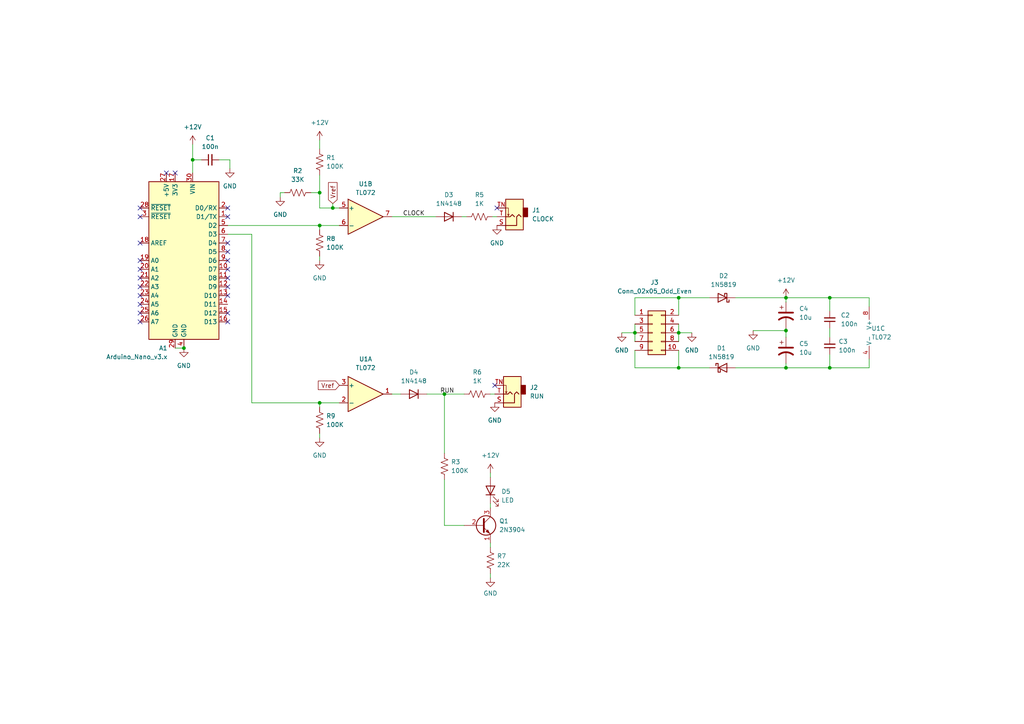
<source format=kicad_sch>
(kicad_sch (version 20230121) (generator eeschema)
  (paper "A4")
  (title_block (title "MIDI Transport Sync Interface") (date "2024-02-15") (rev "0"))
  (lib_symbols
    (symbol "Amplifier_Operational:TL072" (pin_names (offset 0.127))
      (property "Reference" "U" (at 0 5.08 0))
      (property "Value" "TL072" (at 0 -5.08 0))
      (symbol "TL072_1_1"
        (polyline (pts (xy -5.08 5.08) (xy 5.08 0) (xy -5.08 -5.08) (xy -5.08 5.08)) (stroke (width 0.254)) (fill (type background)))
        (pin output line (at 7.62 0 180) (length 2.54) (name "~") (number "1"))
        (pin input line (at -7.62 -2.54 0) (length 2.54) (name "-") (number "2"))
        (pin input line (at -7.62 2.54 0) (length 2.54) (name "+") (number "3"))
      )
      (symbol "TL072_2_1"
        (polyline (pts (xy -5.08 5.08) (xy 5.08 0) (xy -5.08 -5.08) (xy -5.08 5.08)) (stroke (width 0.254)) (fill (type background)))
        (pin input line (at -7.62 2.54 0) (length 2.54) (name "+") (number "5"))
        (pin input line (at -7.62 -2.54 0) (length 2.54) (name "-") (number "6"))
        (pin output line (at 7.62 0 180) (length 2.54) (name "~") (number "7"))
      )
      (symbol "TL072_3_1"
        (pin power_in line (at -2.54 -7.62 90) (length 3.81) (name "V-") (number "4"))
        (pin power_in line (at -2.54 7.62 270) (length 3.81) (name "V+") (number "8"))
      )
    )
    (symbol "Connector_Audio:AudioJack2_SwitchT"
      (property "Reference" "J" (at 0 8.89 0))
      (property "Value" "AudioJack2_SwitchT" (at 0 6.35 0))
      (symbol "AudioJack2_SwitchT_0_1"
        (rectangle (start -2.54 0) (end -3.81 -2.54) (stroke (width 0.254)) (fill (type outline)))
        (polyline (pts (xy 1.778 -0.254) (xy 2.032 -0.762)))
        (polyline (pts (xy 0 0) (xy 0.635 -0.635) (xy 1.27 0) (xy 2.54 0)) (stroke (width 0.254)))
        (polyline (pts (xy 2.54 -2.54) (xy 1.778 -2.54) (xy 1.778 -0.254) (xy 1.524 -0.762)))
        (polyline (pts (xy 2.54 2.54) (xy -0.635 2.54) (xy -0.635 0) (xy -1.27 -0.635) (xy -1.905 0)) (stroke (width 0.254)))
        (rectangle (start 2.54 3.81) (end -2.54 -5.08) (stroke (width 0.254)) (fill (type background)))
      )
      (symbol "AudioJack2_SwitchT_1_1"
        (pin passive line (at 5.08 2.54 180) (length 2.54) (name "~") (number "S"))
        (pin passive line (at 5.08 0 180) (length 2.54) (name "~") (number "T"))
        (pin passive line (at 5.08 -2.54 180) (length 2.54) (name "~") (number "TN"))
      )
    )
    (symbol "Connector_Generic:Conn_02x05_Odd_Even" (pin_names (offset 1.016) hide)
      (property "Reference" "J" (at 1.27 7.62 0))
      (property "Value" "Conn_02x05_Odd_Even" (at 1.27 -7.62 0))
      (symbol "Conn_02x05_Odd_Even_1_1"
        (rectangle (start -1.27 -4.953) (end 0 -5.207) (stroke (width 0.1524)))
        (rectangle (start -1.27 -2.413) (end 0 -2.667) (stroke (width 0.1524)))
        (rectangle (start -1.27 0.127) (end 0 -0.127) (stroke (width 0.1524)))
        (rectangle (start -1.27 2.667) (end 0 2.413) (stroke (width 0.1524)))
        (rectangle (start -1.27 5.207) (end 0 4.953) (stroke (width 0.1524)))
        (rectangle (start -1.27 6.35) (end 3.81 -6.35) (stroke (width 0.254)) (fill (type background)))
        (rectangle (start 3.81 -4.953) (end 2.54 -5.207) (stroke (width 0.1524)))
        (rectangle (start 3.81 -2.413) (end 2.54 -2.667) (stroke (width 0.1524)))
        (rectangle (start 3.81 0.127) (end 2.54 -0.127) (stroke (width 0.1524)))
        (rectangle (start 3.81 2.667) (end 2.54 2.413) (stroke (width 0.1524)))
        (rectangle (start 3.81 5.207) (end 2.54 4.953) (stroke (width 0.1524)))
        (pin passive line (at -5.08 5.08 0) (length 3.81) (name "Pin_1") (number "1"))
        (pin passive line (at 7.62 -5.08 180) (length 3.81) (name "Pin_10") (number "10"))
        (pin passive line (at 7.62 5.08 180) (length 3.81) (name "Pin_2") (number "2"))
        (pin passive line (at -5.08 2.54 0) (length 3.81) (name "Pin_3") (number "3"))
        (pin passive line (at 7.62 2.54 180) (length 3.81) (name "Pin_4") (number "4"))
        (pin passive line (at -5.08 0 0) (length 3.81) (name "Pin_5") (number "5"))
        (pin passive line (at 7.62 0 180) (length 3.81) (name "Pin_6") (number "6"))
        (pin passive line (at -5.08 -2.54 0) (length 3.81) (name "Pin_7") (number "7"))
        (pin passive line (at 7.62 -2.54 180) (length 3.81) (name "Pin_8") (number "8"))
        (pin passive line (at -5.08 -5.08 0) (length 3.81) (name "Pin_9") (number "9"))
      )
    )
    (symbol "Device:C_Polarized_US" (pin_numbers hide) (pin_names (offset 0.254) hide)
      (property "Reference" "C" (at 0.635 2.54 0))
      (property "Value" "C_Polarized_US" (at 0.635 -2.54 0))
      (symbol "C_Polarized_US_0_1"
        (polyline (pts (xy -2.032 0.762) (xy 2.032 0.762)) (stroke (width 0.508)))
        (polyline (pts (xy -1.778 2.286) (xy -0.762 2.286)))
        (polyline (pts (xy -1.27 1.778) (xy -1.27 2.794)))
        (arc (start 2.032 -1.27) (mid 0 -0.5572) (end -2.032 -1.27) (stroke (width 0.508)))
      )
      (symbol "C_Polarized_US_1_1"
        (pin passive line (at 0 3.81 270) (length 2.794) (name "~") (number "1"))
        (pin passive line (at 0 -3.81 90) (length 3.302) (name "~") (number "2"))
      )
    )
    (symbol "Device:C_Small" (pin_numbers hide) (pin_names (offset 0.254) hide)
      (property "Reference" "C" (at 0.254 1.778 0))
      (property "Value" "C_Small" (at 0.254 -2.032 0))
      (symbol "C_Small_0_1"
        (polyline (pts (xy -1.524 -0.508) (xy 1.524 -0.508)) (stroke (width 0.3302)))
        (polyline (pts (xy -1.524 0.508) (xy 1.524 0.508)) (stroke (width 0.3048)))
      )
      (symbol "C_Small_1_1"
        (pin passive line (at 0 2.54 270) (length 2.032) (name "~") (number "1"))
        (pin passive line (at 0 -2.54 90) (length 2.032) (name "~") (number "2"))
      )
    )
    (symbol "Device:LED" (pin_numbers hide) (pin_names (offset 1.016) hide)
      (property "Reference" "D" (at 0 2.54 0))
      (property "Value" "LED" (at 0 -2.54 0))
      (symbol "LED_0_1"
        (polyline (pts (xy -1.27 -1.27) (xy -1.27 1.27)) (stroke (width 0.254)))
        (polyline (pts (xy -1.27 0) (xy 1.27 0)))
        (polyline (pts (xy 1.27 -1.27) (xy 1.27 1.27) (xy -1.27 0) (xy 1.27 -1.27)) (stroke (width 0.254)))
        (polyline (pts (xy -3.048 -0.762) (xy -4.572 -2.286) (xy -3.81 -2.286) (xy -4.572 -2.286) (xy -4.572 -1.524)))
        (polyline (pts (xy -1.778 -0.762) (xy -3.302 -2.286) (xy -2.54 -2.286) (xy -3.302 -2.286) (xy -3.302 -1.524)))
      )
      (symbol "LED_1_1"
        (pin passive line (at -3.81 0 0) (length 2.54) (name "K") (number "1"))
        (pin passive line (at 3.81 0 180) (length 2.54) (name "A") (number "2"))
      )
    )
    (symbol "Device:R_US" (pin_numbers hide) (pin_names (offset 0))
      (property "Reference" "R" (at 2.54 0 90))
      (property "Value" "R_US" (at -2.54 0 90))
      (symbol "R_US_0_1"
        (polyline (pts (xy 0 -2.286) (xy 0 -2.54)))
        (polyline (pts (xy 0 2.286) (xy 0 2.54)))
        (polyline (pts (xy 0 -0.762) (xy 1.016 -1.143) (xy 0 -1.524) (xy -1.016 -1.905) (xy 0 -2.286)))
        (polyline (pts (xy 0 0.762) (xy 1.016 0.381) (xy 0 0) (xy -1.016 -0.381) (xy 0 -0.762)))
        (polyline (pts (xy 0 2.286) (xy 1.016 1.905) (xy 0 1.524) (xy -1.016 1.143) (xy 0 0.762)))
      )
      (symbol "R_US_1_1"
        (pin passive line (at 0 3.81 270) (length 1.27) (name "~") (number "1"))
        (pin passive line (at 0 -3.81 90) (length 1.27) (name "~") (number "2"))
      )
    )
    (symbol "Diode:1N4148" (pin_numbers hide) (pin_names hide)
      (property "Reference" "D" (at 0 2.54 0))
      (property "Value" "1N4148" (at 0 -2.54 0))
      (symbol "1N4148_0_1"
        (polyline (pts (xy -1.27 1.27) (xy -1.27 -1.27)) (stroke (width 0.254)))
        (polyline (pts (xy 1.27 0) (xy -1.27 0)))
        (polyline (pts (xy 1.27 1.27) (xy 1.27 -1.27) (xy -1.27 0) (xy 1.27 1.27)) (stroke (width 0.254)))
      )
      (symbol "1N4148_1_1"
        (pin passive line (at -3.81 0 0) (length 2.54) (name "K") (number "1"))
        (pin passive line (at 3.81 0 180) (length 2.54) (name "A") (number "2"))
      )
    )
    (symbol "Diode:1N5819" (pin_numbers hide) (pin_names (offset 1.016) hide)
      (property "Reference" "D" (at 0 2.54 0))
      (property "Value" "1N5819" (at 0 -2.54 0))
      (symbol "1N5819_0_1"
        (polyline (pts (xy 1.27 0) (xy -1.27 0)))
        (polyline (pts (xy 1.27 1.27) (xy 1.27 -1.27) (xy -1.27 0) (xy 1.27 1.27)) (stroke (width 0.254)))
        (polyline (pts (xy -1.905 0.635) (xy -1.905 1.27) (xy -1.27 1.27) (xy -1.27 -1.27) (xy -0.635 -1.27) (xy -0.635 -0.635)) (stroke (width 0.254)))
      )
      (symbol "1N5819_1_1"
        (pin passive line (at -3.81 0 0) (length 2.54) (name "K") (number "1"))
        (pin passive line (at 3.81 0 180) (length 2.54) (name "A") (number "2"))
      )
    )
    (symbol "MCU_Module:Arduino_Nano_v3.x"
      (property "Reference" "A" (at -10.16 23.495 0))
      (property "Value" "Arduino_Nano_v3.x" (at 5.08 -24.13 0))
      (symbol "Arduino_Nano_v3.x_0_1"
        (rectangle (start -10.16 22.86) (end 10.16 -22.86) (stroke (width 0.254)) (fill (type background)))
      )
      (symbol "Arduino_Nano_v3.x_1_1"
        (pin bidirectional line (at -12.7 12.7 0) (length 2.54) (name "D1/TX") (number "1"))
        (pin bidirectional line (at -12.7 -2.54 0) (length 2.54) (name "D7") (number "10"))
        (pin bidirectional line (at -12.7 -5.08 0) (length 2.54) (name "D8") (number "11"))
        (pin bidirectional line (at -12.7 -7.62 0) (length 2.54) (name "D9") (number "12"))
        (pin bidirectional line (at -12.7 -10.16 0) (length 2.54) (name "D10") (number "13"))
        (pin bidirectional line (at -12.7 -12.7 0) (length 2.54) (name "D11") (number "14"))
        (pin bidirectional line (at -12.7 -15.24 0) (length 2.54) (name "D12") (number "15"))
        (pin bidirectional line (at -12.7 -17.78 0) (length 2.54) (name "D13") (number "16"))
        (pin power_out line (at 2.54 25.4 270) (length 2.54) (name "3V3") (number "17"))
        (pin input line (at 12.7 5.08 180) (length 2.54) (name "AREF") (number "18"))
        (pin bidirectional line (at 12.7 0 180) (length 2.54) (name "A0") (number "19"))
        (pin bidirectional line (at -12.7 15.24 0) (length 2.54) (name "D0/RX") (number "2"))
        (pin bidirectional line (at 12.7 -2.54 180) (length 2.54) (name "A1") (number "20"))
        (pin bidirectional line (at 12.7 -5.08 180) (length 2.54) (name "A2") (number "21"))
        (pin bidirectional line (at 12.7 -7.62 180) (length 2.54) (name "A3") (number "22"))
        (pin bidirectional line (at 12.7 -10.16 180) (length 2.54) (name "A4") (number "23"))
        (pin bidirectional line (at 12.7 -12.7 180) (length 2.54) (name "A5") (number "24"))
        (pin bidirectional line (at 12.7 -15.24 180) (length 2.54) (name "A6") (number "25"))
        (pin bidirectional line (at 12.7 -17.78 180) (length 2.54) (name "A7") (number "26"))
        (pin power_out line (at 5.08 25.4 270) (length 2.54) (name "+5V") (number "27"))
        (pin input line (at 12.7 15.24 180) (length 2.54) (name "~{RESET}") (number "28"))
        (pin power_in line (at 2.54 -25.4 90) (length 2.54) (name "GND") (number "29"))
        (pin input line (at 12.7 12.7 180) (length 2.54) (name "~{RESET}") (number "3"))
        (pin power_in line (at -2.54 25.4 270) (length 2.54) (name "VIN") (number "30"))
        (pin power_in line (at 0 -25.4 90) (length 2.54) (name "GND") (number "4"))
        (pin bidirectional line (at -12.7 10.16 0) (length 2.54) (name "D2") (number "5"))
        (pin bidirectional line (at -12.7 7.62 0) (length 2.54) (name "D3") (number "6"))
        (pin bidirectional line (at -12.7 5.08 0) (length 2.54) (name "D4") (number "7"))
        (pin bidirectional line (at -12.7 2.54 0) (length 2.54) (name "D5") (number "8"))
        (pin bidirectional line (at -12.7 0 0) (length 2.54) (name "D6") (number "9"))
      )
    )
    (symbol "Transistor_BJT:2N3904" (pin_names (offset 0) hide)
      (property "Reference" "Q" (at 5.08 1.905 0))
      (property "Value" "2N3904" (at 5.08 0 0))
      (symbol "2N3904_0_1"
        (polyline (pts (xy 0.635 0.635) (xy 2.54 2.54)))
        (polyline (pts (xy 0.635 -0.635) (xy 2.54 -2.54) (xy 2.54 -2.54)))
        (polyline (pts (xy 0.635 1.905) (xy 0.635 -1.905) (xy 0.635 -1.905)) (stroke (width 0.508)))
        (polyline (pts (xy 1.27 -1.778) (xy 1.778 -1.27) (xy 2.286 -2.286) (xy 1.27 -1.778) (xy 1.27 -1.778)) (fill (type outline)))
        (circle (center 1.27 0) (radius 2.8194) (stroke (width 0.254)))
      )
      (symbol "2N3904_1_1"
        (pin passive line (at 2.54 -5.08 90) (length 2.54) (name "E") (number "1"))
        (pin passive line (at -5.08 0 0) (length 5.715) (name "B") (number "2"))
        (pin passive line (at 2.54 5.08 270) (length 2.54) (name "C") (number "3"))
      )
    )
    (symbol "power:+12V" (power) (pin_names (offset 0))
      (property "Value" "+12V" (at 0 3.556 0))
      (symbol "+12V_0_1"
        (polyline (pts (xy -0.762 1.27) (xy 0 2.54)))
        (polyline (pts (xy 0 0) (xy 0 2.54)))
        (polyline (pts (xy 0 2.54) (xy 0.762 1.27)))
      )
      (symbol "+12V_1_1"
        (pin power_in line (at 0 0 90) (length 0) hide (name "+12V") (number "1"))
      )
    )
    (symbol "power:GND" (power) (pin_names (offset 0))
      (property "Value" "GND" (at 0 -3.81 0))
      (symbol "GND_0_1"
        (polyline (pts (xy 0 0) (xy 0 -1.27) (xy 1.27 -1.27) (xy 0 -2.54) (xy -1.27 -1.27) (xy 0 -1.27)))
      )
      (symbol "GND_1_1"
        (pin power_in line (at 0 0 270) (length 0) hide (name "GND") (number "1"))
      )
    )
  )
  (junction (at 227.965 106.68))
  (junction (at 240.665 86.36))
  (junction (at 227.965 95.885))
  (junction (at 240.665 106.68))
  (junction (at 184.15 96.52))
  (junction (at 92.71 55.88))
  (junction (at 128.905 114.3))
  (junction (at 196.85 106.68))
  (junction (at 196.85 86.36))
  (junction (at 92.71 65.405))
  (junction (at 196.85 96.52))
  (junction (at 55.88 46.355))
  (junction (at 96.52 60.325))
  (junction (at 53.34 100.965))
  (junction (at 227.965 86.36))
  (junction (at 92.71 116.84))
  (no_connect (at 40.64 88.265))
  (no_connect (at 40.64 78.105))
  (no_connect (at 40.64 60.325))
  (no_connect (at 66.04 93.345))
  (no_connect (at 40.64 62.865))
  (no_connect (at 66.04 60.325))
  (no_connect (at 48.26 50.165))
  (no_connect (at 66.04 73.025))
  (no_connect (at 66.04 78.105))
  (no_connect (at 40.64 93.345))
  (no_connect (at 40.64 75.565))
  (no_connect (at 50.8 50.165))
  (no_connect (at 66.04 75.565))
  (no_connect (at 40.64 70.485))
  (no_connect (at 66.04 85.725))
  (no_connect (at 66.04 80.645))
  (no_connect (at 40.64 85.725))
  (no_connect (at 66.04 70.485))
  (no_connect (at 40.64 90.805))
  (no_connect (at 40.64 80.645))
  (no_connect (at 66.04 62.865))
  (no_connect (at 66.04 90.805))
  (no_connect (at 144.145 60.325))
  (no_connect (at 40.64 83.185))
  (no_connect (at 143.51 111.76))
  (no_connect (at 66.04 83.185))
  (wire (pts (xy 96.52 59.055) (xy 96.52 60.325)))
  (wire (pts (xy 227.965 95.885) (xy 218.44 95.885)))
  (wire (pts (xy 142.24 146.05) (xy 142.24 147.32)))
  (wire (pts (xy 82.55 55.88) (xy 81.28 55.88)))
  (wire (pts (xy 58.42 46.355) (xy 55.88 46.355)))
  (wire (pts (xy 92.71 66.675) (xy 92.71 65.405)))
  (wire (pts (xy 55.88 41.91) (xy 55.88 46.355)))
  (wire (pts (xy 142.24 137.16) (xy 142.24 138.43)))
  (wire (pts (xy 135.255 62.865) (xy 133.985 62.865)))
  (wire (pts (xy 227.965 86.36) (xy 227.965 87.63)))
  (wire (pts (xy 142.24 158.75) (xy 142.24 157.48)))
  (wire (pts (xy 196.85 106.68) (xy 205.74 106.68)))
  (wire (pts (xy 113.665 114.3) (xy 116.205 114.3)))
  (wire (pts (xy 142.24 167.64) (xy 142.24 166.37)))
  (wire (pts (xy 196.85 96.52) (xy 200.66 96.52)))
  (wire (pts (xy 53.34 100.965) (xy 50.8 100.965)))
  (wire (pts (xy 184.15 91.44) (xy 184.15 86.36)))
  (wire (pts (xy 252.095 106.68) (xy 252.095 104.14)))
  (wire (pts (xy 196.85 86.36) (xy 196.85 91.44)))
  (wire (pts (xy 240.665 95.25) (xy 240.665 97.79)))
  (wire (pts (xy 227.965 106.68) (xy 240.665 106.68)))
  (wire (pts (xy 55.88 46.355) (xy 55.88 50.165)))
  (wire (pts (xy 92.71 55.88) (xy 90.17 55.88)))
  (wire (pts (xy 143.51 114.3) (xy 142.24 114.3)))
  (wire (pts (xy 213.36 86.36) (xy 227.965 86.36)))
  (wire (pts (xy 92.71 116.84) (xy 98.425 116.84)))
  (wire (pts (xy 240.665 90.17) (xy 240.665 86.36)))
  (wire (pts (xy 196.85 86.36) (xy 205.74 86.36)))
  (wire (pts (xy 126.365 62.865) (xy 113.665 62.865)))
  (wire (pts (xy 227.965 95.25) (xy 227.965 95.885)))
  (wire (pts (xy 73.025 116.84) (xy 92.71 116.84)))
  (wire (pts (xy 184.15 106.68) (xy 196.85 106.68)))
  (wire (pts (xy 144.145 62.865) (xy 142.875 62.865)))
  (wire (pts (xy 128.905 114.3) (xy 134.62 114.3)))
  (wire (pts (xy 227.965 95.885) (xy 227.965 97.79)))
  (wire (pts (xy 240.665 102.87) (xy 240.665 106.68)))
  (wire (pts (xy 227.965 86.36) (xy 240.665 86.36)))
  (wire (pts (xy 73.025 67.945) (xy 73.025 116.84)))
  (wire (pts (xy 123.825 114.3) (xy 128.905 114.3)))
  (wire (pts (xy 81.28 55.88) (xy 81.28 57.15)))
  (wire (pts (xy 184.15 101.6) (xy 184.15 106.68)))
  (wire (pts (xy 66.675 48.895) (xy 66.675 46.355)))
  (wire (pts (xy 184.15 93.98) (xy 184.15 96.52)))
  (wire (pts (xy 134.62 152.4) (xy 128.905 152.4)))
  (wire (pts (xy 196.85 93.98) (xy 196.85 96.52)))
  (wire (pts (xy 213.36 106.68) (xy 227.965 106.68)))
  (wire (pts (xy 96.52 60.325) (xy 92.71 60.325)))
  (wire (pts (xy 98.425 60.325) (xy 96.52 60.325)))
  (wire (pts (xy 92.71 75.565) (xy 92.71 74.295)))
  (wire (pts (xy 252.095 106.68) (xy 240.665 106.68)))
  (wire (pts (xy 92.71 43.18) (xy 92.71 40.64)))
  (wire (pts (xy 92.71 127) (xy 92.71 125.73)))
  (wire (pts (xy 196.85 96.52) (xy 196.85 99.06)))
  (wire (pts (xy 196.85 101.6) (xy 196.85 106.68)))
  (wire (pts (xy 240.665 86.36) (xy 252.095 86.36)))
  (wire (pts (xy 92.71 50.8) (xy 92.71 55.88)))
  (wire (pts (xy 92.71 60.325) (xy 92.71 55.88)))
  (wire (pts (xy 128.905 131.445) (xy 128.905 114.3)))
  (wire (pts (xy 252.095 86.36) (xy 252.095 88.9)))
  (wire (pts (xy 92.71 118.11) (xy 92.71 116.84)))
  (wire (pts (xy 128.905 152.4) (xy 128.905 139.065)))
  (wire (pts (xy 227.965 106.68) (xy 227.965 105.41)))
  (wire (pts (xy 66.04 67.945) (xy 73.025 67.945)))
  (wire (pts (xy 180.34 96.52) (xy 184.15 96.52)))
  (wire (pts (xy 184.15 96.52) (xy 184.15 99.06)))
  (wire (pts (xy 92.71 65.405) (xy 98.425 65.405)))
  (wire (pts (xy 66.675 46.355) (xy 63.5 46.355)))
  (wire (pts (xy 184.15 86.36) (xy 196.85 86.36)))
  (wire (pts (xy 66.04 65.405) (xy 92.71 65.405)))
  (label "RUN" (at 127.635 114.3 0))
  (label "CLOCK" (at 116.84 62.865 0))
  (global_label "Vref" (shape input) (at 98.425 111.76 180) (property "Intersheetrefs" "${INTERSHEET_REFS}" (effects hide)))
  (global_label "Vref" (shape input) (at 96.52 59.055 90) (property "Intersheetrefs" "${INTERSHEET_REFS}" (effects hide)))
  (symbol (lib_id "Device:LED") (at 142.24 142.24 90) (unit 1)
    (property "Reference" "D5" (at 145.415 142.5575 90) (effects (justify right)))
    (property "Value" "LED" (at 145.415 145.0975 90) (effects (justify right)))
    (property "Footprint" "LED_THT:LED_D3.0mm" (effects hide))
  )
  (symbol (lib_id "power:+12V") (at 55.88 41.91 0) (unit 1)
    (property "Reference" "#PWR08" (effects hide))
    (property "Value" "+12V" (at 55.88 36.83 0))
  )
  (symbol (lib_id "Diode:1N4148") (at 120.015 114.3 180) (unit 1)
    (property "Reference" "D4" (at 120.015 107.95 0))
    (property "Value" "1N4148" (at 120.015 110.49 0))
    (property "Footprint" "Diode_THT:D_DO-35_SOD27_P7.62mm_Horizontal" (effects hide))
    (property "Datasheet" "https://assets.nexperia.com/documents/data-sheet/1N4148_1N4448.pdf" (effects hide))
    (property "Sim.Device" "D" (effects hide))
    (property "Sim.Pins" "1=K 2=A" (effects hide))
  )
  (symbol (lib_id "Device:C_Polarized_US") (at 227.965 91.44 0) (unit 1)
    (property "Reference" "C4" (at 231.775 89.535 0) (effects (justify left)))
    (property "Value" "10u" (at 231.775 92.075 0) (effects (justify left)))
  )
  (symbol (lib_id "Device:C_Small") (at 240.665 100.33 180) (unit 1)
    (property "Reference" "C3" (at 243.205 99.0536 0) (effects (justify right)))
    (property "Value" "100n" (at 243.205 101.5936 0) (effects (justify right)))
  )
  (symbol (lib_id "power:GND") (at 218.44 95.885 0) (mirror y) (unit 1)
    (property "Reference" "#PWR012" (effects hide))
    (property "Value" "GND" (at 218.44 100.965 0))
  )
  (symbol (lib_id "Diode:1N5819") (at 209.55 86.36 180) (unit 1)
    (property "Reference" "D2" (at 209.8675 80.01 0))
    (property "Value" "1N5819" (at 209.8675 82.55 0))
    (property "Footprint" "Diode_THT:D_DO-41_SOD81_P10.16mm_Horizontal" (effects hide))
    (property "Datasheet" "http://www.vishay.com/docs/88525/1n5817.pdf" (effects hide))
  )
  (symbol (lib_id "Amplifier_Operational:TL072") (at 106.045 62.865 0) (unit 2)
    (property "Reference" "U1" (at 106.045 53.34 0))
    (property "Value" "TL072" (at 106.045 55.88 0))
    (property "Footprint" "Package_DIP:DIP-8_W7.62mm_Socket_LongPads" (effects hide))
    (property "Datasheet" "http://www.ti.com/lit/ds/symlink/tl071.pdf" (effects hide))
  )
  (symbol (lib_id "power:GND") (at 53.34 100.965 0) (mirror y) (unit 1)
    (property "Reference" "#PWR01" (effects hide))
    (property "Value" "GND" (at 53.34 106.045 0))
  )
  (symbol (lib_id "Connector_Audio:AudioJack2_SwitchT") (at 148.59 114.3 180) (unit 1)
    (property "Reference" "J2" (at 153.67 112.395 0) (effects (justify right)))
    (property "Value" "RUN" (at 153.67 114.935 0) (effects (justify right)))
  )
  (symbol (lib_id "Device:R_US") (at 92.71 121.92 0) (unit 1)
    (property "Reference" "R9" (at 94.615 120.65 0) (effects (justify left)))
    (property "Value" "100K" (at 94.615 123.19 0) (effects (justify left)))
  )
  (symbol (lib_id "Device:R_US") (at 139.065 62.865 90) (unit 1)
    (property "Reference" "R5" (at 139.065 56.515 90))
    (property "Value" "1K" (at 139.065 59.055 90))
  )
  (symbol (lib_id "power:GND") (at 142.24 167.64 0) (mirror y) (unit 1)
    (property "Reference" "#PWR014" (effects hide))
    (property "Value" "GND" (at 142.24 172.085 0))
  )
  (symbol (lib_id "Device:R_US") (at 92.71 70.485 0) (unit 1)
    (property "Reference" "R8" (at 94.615 69.215 0) (effects (justify left)))
    (property "Value" "100K" (at 94.615 71.755 0) (effects (justify left)))
  )
  (symbol (lib_id "Device:R_US") (at 92.71 46.99 0) (unit 1)
    (property "Reference" "R1" (at 94.615 45.72 0) (effects (justify left)))
    (property "Value" "100K" (at 94.615 48.26 0) (effects (justify left)))
  )
  (symbol (lib_id "power:GND") (at 144.145 65.405 0) (mirror y) (unit 1)
    (property "Reference" "#PWR06" (effects hide))
    (property "Value" "GND" (at 144.145 70.485 0))
  )
  (symbol (lib_id "Transistor_BJT:2N3904") (at 139.7 152.4 0) (unit 1)
    (property "Reference" "Q1" (at 144.78 151.13 0) (effects (justify left)))
    (property "Value" "2N3904" (at 144.78 153.67 0) (effects (justify left)))
    (property "Footprint" "Package_TO_SOT_THT:TO-92_Inline" (effects hide))
    (property "Datasheet" "https://www.onsemi.com/pub/Collateral/2N3903-D.PDF" (effects hide))
  )
  (symbol (lib_id "MCU_Module:Arduino_Nano_v3.x") (at 53.34 75.565 0) (mirror y) (unit 1)
    (property "Reference" "A1" (at 48.6059 100.965 0) (effects (justify left)))
    (property "Value" "Arduino_Nano_v3.x" (at 48.6059 103.505 0) (effects (justify left)))
    (property "Footprint" "Module:Arduino_Nano" (effects hide))
    (property "Datasheet" "http://www.mouser.com/pdfdocs/Gravitech_Arduino_Nano3_0.pdf" (effects hide))
  )
  (symbol (lib_id "power:GND") (at 143.51 116.84 0) (mirror y) (unit 1)
    (property "Reference" "#PWR07" (effects hide))
    (property "Value" "GND" (at 143.51 121.92 0))
  )
  (symbol (lib_id "Device:R_US") (at 128.905 135.255 0) (unit 1)
    (property "Reference" "R3" (at 130.81 133.985 0) (effects (justify left)))
    (property "Value" "100K" (at 130.81 136.525 0) (effects (justify left)))
  )
  (symbol (lib_id "power:+12V") (at 92.71 40.64 0) (unit 1)
    (property "Reference" "#PWR02" (effects hide))
    (property "Value" "+12V" (at 92.71 35.56 0))
  )
  (symbol (lib_id "power:GND") (at 92.71 75.565 0) (mirror y) (unit 1)
    (property "Reference" "#PWR017" (effects hide))
    (property "Value" "GND" (at 92.71 80.645 0))
  )
  (symbol (lib_id "Amplifier_Operational:TL072") (at 254.635 96.52 0) (unit 3)
    (property "Reference" "U1" (at 252.73 95.25 0) (effects (justify left)))
    (property "Value" "TL072" (at 252.73 97.79 0) (effects (justify left)))
    (property "Footprint" "Package_DIP:DIP-8_W7.62mm_Socket_LongPads" (effects hide))
    (property "Datasheet" "http://www.ti.com/lit/ds/symlink/tl071.pdf" (effects hide))
  )
  (symbol (lib_id "power:+12V") (at 227.965 86.36 0) (unit 1)
    (property "Reference" "#PWR013" (effects hide))
    (property "Value" "+12V" (at 227.965 81.28 0))
  )
  (symbol (lib_id "Amplifier_Operational:TL072") (at 106.045 114.3 0) (unit 1)
    (property "Reference" "U1" (at 106.045 104.14 0))
    (property "Value" "TL072" (at 106.045 106.68 0))
    (property "Footprint" "Package_DIP:DIP-8_W7.62mm_Socket_LongPads" (effects hide))
    (property "Datasheet" "http://www.ti.com/lit/ds/symlink/tl071.pdf" (effects hide))
  )
  (symbol (lib_id "power:GND") (at 81.28 57.15 0) (mirror y) (unit 1)
    (property "Reference" "#PWR03" (effects hide))
    (property "Value" "GND" (at 81.28 62.23 0))
  )
  (symbol (lib_id "Device:C_Small") (at 240.665 92.71 180) (unit 1)
    (property "Reference" "C2" (at 243.84 91.4336 0) (effects (justify right)))
    (property "Value" "100n" (at 243.84 93.9736 0) (effects (justify right)))
  )
  (symbol (lib_id "Connector_Generic:Conn_02x05_Odd_Even") (at 189.23 96.52 0) (unit 1)
    (property "Reference" "J3" (at 189.865 81.915 0))
    (property "Value" "Conn_02x05_Odd_Even" (at 189.865 84.455 0))
  )
  (symbol (lib_id "Device:C_Small") (at 60.96 46.355 90) (unit 1)
    (property "Reference" "C1" (at 60.9663 40.005 90))
    (property "Value" "100n" (at 60.9663 42.545 90))
  )
  (symbol (lib_id "power:+12V") (at 142.24 137.16 0) (unit 1)
    (property "Reference" "#PWR04" (effects hide))
    (property "Value" "+12V" (at 142.24 132.08 0))
  )
  (symbol (lib_id "Device:C_Polarized_US") (at 227.965 101.6 0) (unit 1)
    (property "Reference" "C5" (at 231.775 99.695 0) (effects (justify left)))
    (property "Value" "10u" (at 231.775 102.235 0) (effects (justify left)))
  )
  (symbol (lib_id "power:GND") (at 92.71 127 0) (mirror y) (unit 1)
    (property "Reference" "#PWR016" (effects hide))
    (property "Value" "GND" (at 92.71 132.08 0))
  )
  (symbol (lib_id "Diode:1N4148") (at 130.175 62.865 180) (unit 1)
    (property "Reference" "D3" (at 130.175 56.515 0))
    (property "Value" "1N4148" (at 130.175 59.055 0))
    (property "Footprint" "Diode_THT:D_DO-35_SOD27_P7.62mm_Horizontal" (effects hide))
    (property "Datasheet" "https://assets.nexperia.com/documents/data-sheet/1N4148_1N4448.pdf" (effects hide))
    (property "Sim.Device" "D" (effects hide))
    (property "Sim.Pins" "1=K 2=A" (effects hide))
  )
  (symbol (lib_id "Connector_Audio:AudioJack2_SwitchT") (at 149.225 62.865 180) (unit 1)
    (property "Reference" "J1" (at 154.305 60.96 0) (effects (justify right)))
    (property "Value" "CLOCK" (at 154.305 63.5 0) (effects (justify right)))
  )
  (symbol (lib_id "power:GND") (at 180.34 96.52 0) (mirror y) (unit 1)
    (property "Reference" "#PWR010" (effects hide))
    (property "Value" "GND" (at 180.34 101.6 0))
  )
  (symbol (lib_id "Device:R_US") (at 138.43 114.3 90) (unit 1)
    (property "Reference" "R6" (at 138.43 107.95 90))
    (property "Value" "1K" (at 138.43 110.49 90))
  )
  (symbol (lib_id "power:GND") (at 66.675 48.895 0) (mirror y) (unit 1)
    (property "Reference" "#PWR09" (effects hide))
    (property "Value" "GND" (at 66.675 53.975 0))
  )
  (symbol (lib_id "Device:R_US") (at 86.36 55.88 90) (unit 1)
    (property "Reference" "R2" (at 86.36 49.53 90))
    (property "Value" "33K" (at 86.36 52.07 90))
  )
  (symbol (lib_id "Diode:1N5819") (at 209.55 106.68 0) (unit 1)
    (property "Reference" "D1" (at 209.2325 100.965 0))
    (property "Value" "1N5819" (at 209.2325 103.505 0))
    (property "Footprint" "Diode_THT:D_DO-41_SOD81_P10.16mm_Horizontal" (effects hide))
    (property "Datasheet" "http://www.vishay.com/docs/88525/1n5817.pdf" (effects hide))
  )
  (symbol (lib_id "Device:R_US") (at 142.24 162.56 0) (unit 1)
    (property "Reference" "R7" (at 144.145 161.29 0) (effects (justify left)))
    (property "Value" "22K" (at 144.145 163.83 0) (effects (justify left)))
  )
  (symbol (lib_id "power:GND") (at 200.66 96.52 0) (mirror y) (unit 1)
    (property "Reference" "#PWR011" (effects hide))
    (property "Value" "GND" (at 200.66 101.6 0))
  )
)
</source>
